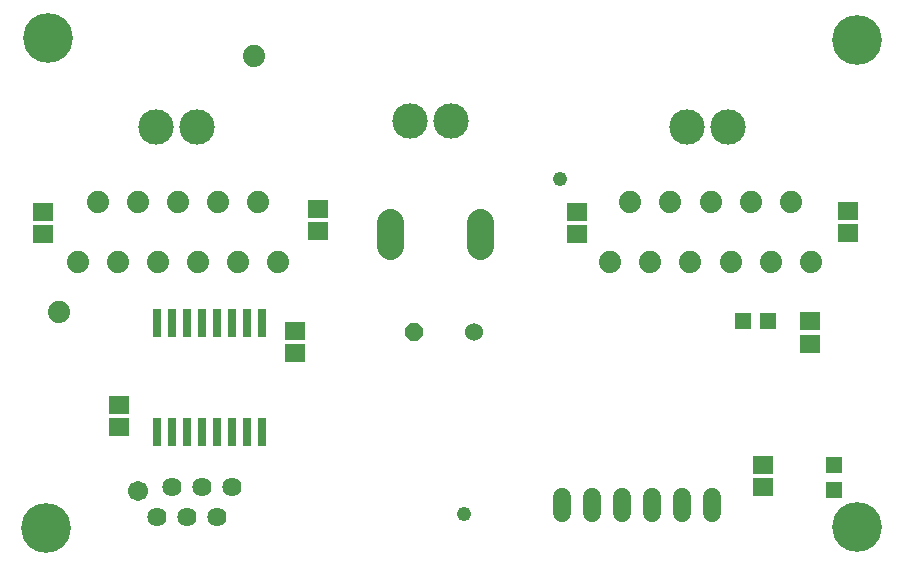
<source format=gts>
G75*
%MOIN*%
%OFA0B0*%
%FSLAX24Y24*%
%IPPOS*%
%LPD*%
%AMOC8*
5,1,8,0,0,1.08239X$1,22.5*
%
%ADD10C,0.0740*%
%ADD11R,0.0671X0.0592*%
%ADD12R,0.0710X0.0592*%
%ADD13R,0.0552X0.0552*%
%ADD14C,0.1182*%
%ADD15C,0.0600*%
%ADD16OC8,0.0600*%
%ADD17C,0.0600*%
%ADD18C,0.0905*%
%ADD19R,0.0316X0.0946*%
%ADD20C,0.0640*%
%ADD21C,0.0671*%
%ADD22C,0.1661*%
%ADD23C,0.0480*%
D10*
X008141Y011137D03*
X008760Y012811D03*
X010098Y012811D03*
X011437Y012811D03*
X012775Y012811D03*
X014114Y012811D03*
X015452Y012811D03*
X014783Y014811D03*
X013445Y014811D03*
X012106Y014811D03*
X010767Y014811D03*
X009429Y014811D03*
X014637Y019681D03*
X026510Y012811D03*
X027848Y012811D03*
X029187Y012811D03*
X030525Y012811D03*
X031864Y012811D03*
X033202Y012811D03*
X032533Y014811D03*
X031195Y014811D03*
X029856Y014811D03*
X028517Y014811D03*
X027179Y014811D03*
D11*
X025417Y014486D03*
X025417Y013738D03*
X016783Y013830D03*
X016783Y014578D03*
X016015Y010527D03*
X016015Y009779D03*
X010149Y008047D03*
X010149Y007299D03*
X007618Y013740D03*
X007618Y014488D03*
X034441Y014511D03*
X034441Y013763D03*
D12*
X033161Y010830D03*
X033161Y010082D03*
X031594Y006048D03*
X031594Y005300D03*
D13*
X033977Y005227D03*
X033977Y006054D03*
X031779Y010834D03*
X030952Y010834D03*
D14*
X030448Y017311D03*
X029071Y017311D03*
X021212Y017503D03*
X019835Y017503D03*
X012752Y017311D03*
X011374Y017311D03*
D15*
X024889Y004964D02*
X024889Y004444D01*
X025889Y004444D02*
X025889Y004964D01*
X026889Y004964D02*
X026889Y004444D01*
X027889Y004444D02*
X027889Y004964D01*
X028889Y004964D02*
X028889Y004444D01*
X029889Y004444D02*
X029889Y004964D01*
D16*
X019958Y010468D03*
D17*
X021958Y010468D03*
D18*
X022161Y013331D02*
X022161Y014156D01*
X019161Y014156D02*
X019161Y013331D01*
D19*
X014891Y010783D03*
X014391Y010783D03*
X013891Y010783D03*
X013391Y010783D03*
X012891Y010783D03*
X012391Y010783D03*
X011891Y010783D03*
X011391Y010783D03*
X011391Y007161D03*
X011891Y007161D03*
X012391Y007161D03*
X012891Y007161D03*
X013391Y007161D03*
X013891Y007161D03*
X014391Y007161D03*
X014891Y007161D03*
D20*
X013909Y005326D03*
X012909Y005326D03*
X011909Y005326D03*
X011409Y004326D03*
X012409Y004326D03*
X013409Y004326D03*
D21*
X010771Y005183D03*
D22*
X007719Y003959D03*
X007771Y020287D03*
X034732Y020215D03*
X034732Y003983D03*
D23*
X021645Y004405D03*
X024834Y015586D03*
M02*

</source>
